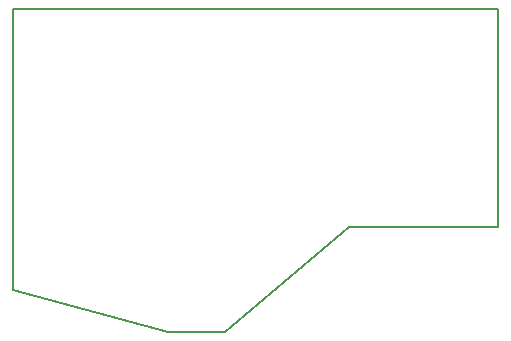
<source format=gbr>
%TF.GenerationSoftware,KiCad,Pcbnew,8.0.1*%
%TF.CreationDate,2024-08-07T22:17:08+12:00*%
%TF.ProjectId,Stm32_Bluepill Breakout,53746d33-325f-4426-9c75-6570696c6c20,rev?*%
%TF.SameCoordinates,Original*%
%TF.FileFunction,Profile,NP*%
%FSLAX46Y46*%
G04 Gerber Fmt 4.6, Leading zero omitted, Abs format (unit mm)*
G04 Created by KiCad (PCBNEW 8.0.1) date 2024-08-07 22:17:08*
%MOMM*%
%LPD*%
G01*
G04 APERTURE LIST*
%TA.AperFunction,Profile*%
%ADD10C,0.200000*%
%TD*%
G04 APERTURE END LIST*
D10*
X165200000Y-86300000D02*
X152600000Y-86300000D01*
X142100000Y-95200000D01*
X137300000Y-95200000D01*
X124200000Y-91700000D01*
X124200000Y-67900000D01*
X165200000Y-67900000D01*
X165200000Y-86300000D01*
M02*

</source>
